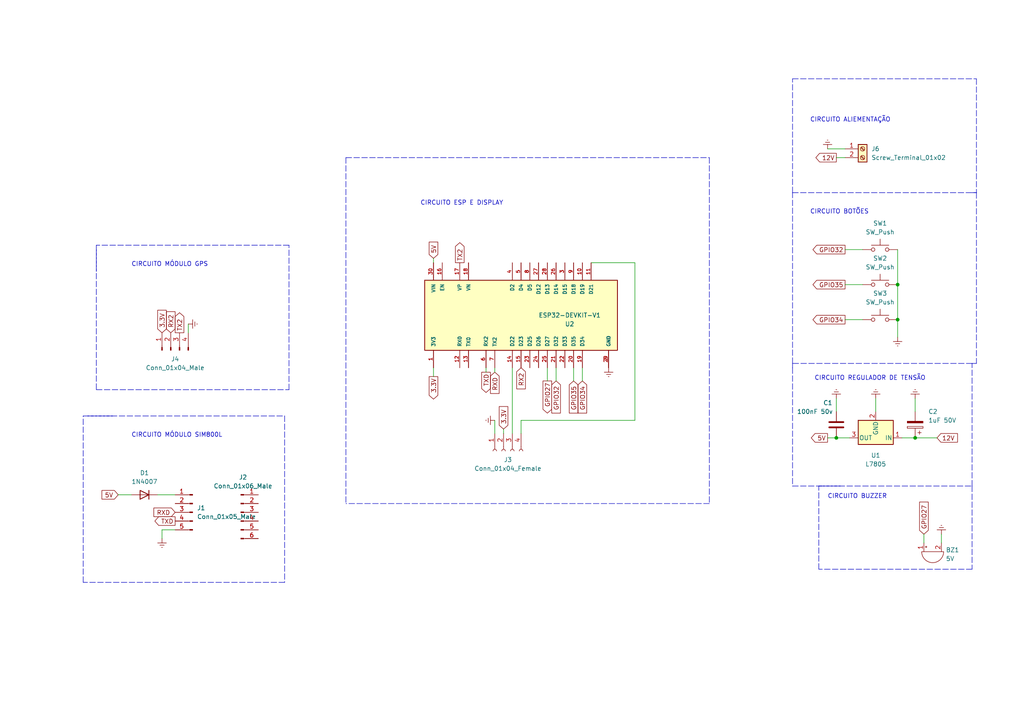
<source format=kicad_sch>
(kicad_sch (version 20211123) (generator eeschema)
  (paper "A4")
  (title_block (title "Circuito Eletrônico PCB Pager") (date "2023-01-09") (rev "A") (company "DataWake"))
  (lib_symbols
    (symbol "Connector:Conn_01x04_Female" (pin_names (offset 1.016) hide)
      (property "Reference" "J" (at 0 5.08 0))
      (property "Value" "Conn_01x04_Female" (at 0 -7.62 0))
      (symbol "Conn_01x04_Female_1_1"
        (arc (start 0 -4.572) (mid -0.508 -5.08) (end 0 -5.588) (stroke (width 0.1524)))
        (arc (start 0 -2.032) (mid -0.508 -2.54) (end 0 -3.048) (stroke (width 0.1524)))
        (polyline (pts (xy -1.27 -5.08) (xy -0.508 -5.08)) (stroke (width 0.1524)))
        (polyline (pts (xy -1.27 -2.54) (xy -0.508 -2.54)) (stroke (width 0.1524)))
        (polyline (pts (xy -1.27 0) (xy -0.508 0)) (stroke (width 0.1524)))
        (polyline (pts (xy -1.27 2.54) (xy -0.508 2.54)) (stroke (width 0.1524)))
        (arc (start 0 0.508) (mid -0.508 0) (end 0 -0.508) (stroke (width 0.1524)))
        (arc (start 0 3.048) (mid -0.508 2.54) (end 0 2.032) (stroke (width 0.1524)))
        (pin passive line (at -5.08 2.54 0) (length 3.81) (name "Pin_1") (number "1"))
        (pin passive line (at -5.08 0 0) (length 3.81) (name "Pin_2") (number "2"))
        (pin passive line (at -5.08 -2.54 0) (length 3.81) (name "Pin_3") (number "3"))
        (pin passive line (at -5.08 -5.08 0) (length 3.81) (name "Pin_4") (number "4"))
      )
    )
    (symbol "Connector:Conn_01x04_Male" (pin_names (offset 1.016) hide)
      (property "Reference" "J" (at 0 5.08 0))
      (property "Value" "Conn_01x04_Male" (at 0 -7.62 0))
      (symbol "Conn_01x04_Male_1_1"
        (polyline (pts (xy 1.27 -5.08) (xy 0.8636 -5.08)) (stroke (width 0.1524)))
        (polyline (pts (xy 1.27 -2.54) (xy 0.8636 -2.54)) (stroke (width 0.1524)))
        (polyline (pts (xy 1.27 0) (xy 0.8636 0)) (stroke (width 0.1524)))
        (polyline (pts (xy 1.27 2.54) (xy 0.8636 2.54)) (stroke (width 0.1524)))
        (rectangle (start 0.8636 -4.953) (end 0 -5.207) (stroke (width 0.1524)) (fill (type outline)))
        (rectangle (start 0.8636 -2.413) (end 0 -2.667) (stroke (width 0.1524)) (fill (type outline)))
        (rectangle (start 0.8636 0.127) (end 0 -0.127) (stroke (width 0.1524)) (fill (type outline)))
        (rectangle (start 0.8636 2.667) (end 0 2.413) (stroke (width 0.1524)) (fill (type outline)))
        (pin passive line (at 5.08 2.54 180) (length 3.81) (name "Pin_1") (number "1"))
        (pin passive line (at 5.08 0 180) (length 3.81) (name "Pin_2") (number "2"))
        (pin passive line (at 5.08 -2.54 180) (length 3.81) (name "Pin_3") (number "3"))
        (pin passive line (at 5.08 -5.08 180) (length 3.81) (name "Pin_4") (number "4"))
      )
    )
    (symbol "Connector:Conn_01x05_Male" (pin_names (offset 1.016) hide)
      (property "Reference" "J" (at 0 7.62 0))
      (property "Value" "Conn_01x05_Male" (at 0 -7.62 0))
      (symbol "Conn_01x05_Male_1_1"
        (polyline (pts (xy 1.27 -5.08) (xy 0.8636 -5.08)) (stroke (width 0.1524)))
        (polyline (pts (xy 1.27 -2.54) (xy 0.8636 -2.54)) (stroke (width 0.1524)))
        (polyline (pts (xy 1.27 0) (xy 0.8636 0)) (stroke (width 0.1524)))
        (polyline (pts (xy 1.27 2.54) (xy 0.8636 2.54)) (stroke (width 0.1524)))
        (polyline (pts (xy 1.27 5.08) (xy 0.8636 5.08)) (stroke (width 0.1524)))
        (rectangle (start 0.8636 -4.953) (end 0 -5.207) (stroke (width 0.1524)) (fill (type outline)))
        (rectangle (start 0.8636 -2.413) (end 0 -2.667) (stroke (width 0.1524)) (fill (type outline)))
        (rectangle (start 0.8636 0.127) (end 0 -0.127) (stroke (width 0.1524)) (fill (type outline)))
        (rectangle (start 0.8636 2.667) (end 0 2.413) (stroke (width 0.1524)) (fill (type outline)))
        (rectangle (start 0.8636 5.207) (end 0 4.953) (stroke (width 0.1524)) (fill (type outline)))
        (pin passive line (at 5.08 5.08 180) (length 3.81) (name "Pin_1") (number "1"))
        (pin passive line (at 5.08 2.54 180) (length 3.81) (name "Pin_2") (number "2"))
        (pin passive line (at 5.08 0 180) (length 3.81) (name "Pin_3") (number "3"))
        (pin passive line (at 5.08 -2.54 180) (length 3.81) (name "Pin_4") (number "4"))
        (pin passive line (at 5.08 -5.08 180) (length 3.81) (name "Pin_5") (number "5"))
      )
    )
    (symbol "Connector:Conn_01x06_Male" (pin_names (offset 1.016) hide)
      (property "Reference" "J" (at 0 7.62 0))
      (property "Value" "Conn_01x06_Male" (at 0 -10.16 0))
      (symbol "Conn_01x06_Male_1_1"
        (polyline (pts (xy 1.27 -7.62) (xy 0.8636 -7.62)) (stroke (width 0.1524)))
        (polyline (pts (xy 1.27 -5.08) (xy 0.8636 -5.08)) (stroke (width 0.1524)))
        (polyline (pts (xy 1.27 -2.54) (xy 0.8636 -2.54)) (stroke (width 0.1524)))
        (polyline (pts (xy 1.27 0) (xy 0.8636 0)) (stroke (width 0.1524)))
        (polyline (pts (xy 1.27 2.54) (xy 0.8636 2.54)) (stroke (width 0.1524)))
        (polyline (pts (xy 1.27 5.08) (xy 0.8636 5.08)) (stroke (width 0.1524)))
        (rectangle (start 0.8636 -7.493) (end 0 -7.747) (stroke (width 0.1524)) (fill (type outline)))
        (rectangle (start 0.8636 -4.953) (end 0 -5.207) (stroke (width 0.1524)) (fill (type outline)))
        (rectangle (start 0.8636 -2.413) (end 0 -2.667) (stroke (width 0.1524)) (fill (type outline)))
        (rectangle (start 0.8636 0.127) (end 0 -0.127) (stroke (width 0.1524)) (fill (type outline)))
        (rectangle (start 0.8636 2.667) (end 0 2.413) (stroke (width 0.1524)) (fill (type outline)))
        (rectangle (start 0.8636 5.207) (end 0 4.953) (stroke (width 0.1524)) (fill (type outline)))
        (pin passive line (at 5.08 5.08 180) (length 3.81) (name "Pin_1") (number "1"))
        (pin passive line (at 5.08 2.54 180) (length 3.81) (name "Pin_2") (number "2"))
        (pin passive line (at 5.08 0 180) (length 3.81) (name "Pin_3") (number "3"))
        (pin passive line (at 5.08 -2.54 180) (length 3.81) (name "Pin_4") (number "4"))
        (pin passive line (at 5.08 -5.08 180) (length 3.81) (name "Pin_5") (number "5"))
        (pin passive line (at 5.08 -7.62 180) (length 3.81) (name "Pin_6") (number "6"))
      )
    )
    (symbol "Connector:Screw_Terminal_01x02" (pin_names (offset 1.016) hide)
      (property "Reference" "J" (at 0 2.54 0))
      (property "Value" "Screw_Terminal_01x02" (at 0 -5.08 0))
      (symbol "Screw_Terminal_01x02_1_1"
        (rectangle (start -1.27 1.27) (end 1.27 -3.81) (stroke (width 0.254)) (fill (type background)))
        (circle (center 0 -2.54) (radius 0.635) (stroke (width 0.1524)))
        (polyline (pts (xy -0.5334 -2.2098) (xy 0.3302 -3.048)) (stroke (width 0.1524)))
        (polyline (pts (xy -0.5334 0.3302) (xy 0.3302 -0.508)) (stroke (width 0.1524)))
        (polyline (pts (xy -0.3556 -2.032) (xy 0.508 -2.8702)) (stroke (width 0.1524)))
        (polyline (pts (xy -0.3556 0.508) (xy 0.508 -0.3302)) (stroke (width 0.1524)))
        (circle (center 0 0) (radius 0.635) (stroke (width 0.1524)))
        (pin passive line (at -5.08 0 0) (length 3.81) (name "Pin_1") (number "1"))
        (pin passive line (at -5.08 -2.54 0) (length 3.81) (name "Pin_2") (number "2"))
      )
    )
    (symbol "Device:Buzzer" (pin_names (offset 0.0254) hide)
      (property "Reference" "BZ" (at 3.81 1.27 0))
      (property "Value" "Buzzer" (at 3.81 -1.27 0))
      (symbol "Buzzer_0_1"
        (arc (start 0 -3.175) (mid 3.175 0) (end 0 3.175))
        (polyline (pts (xy -1.651 1.905) (xy -1.143 1.905)))
        (polyline (pts (xy -1.397 2.159) (xy -1.397 1.651)))
        (polyline (pts (xy 0 3.175) (xy 0 -3.175)))
      )
      (symbol "Buzzer_1_1"
        (pin passive line (at -2.54 2.54 0) (length 2.54) (name "-") (number "1"))
        (pin passive line (at -2.54 -2.54 0) (length 2.54) (name "+") (number "2"))
      )
    )
    (symbol "Device:C" (pin_numbers hide) (pin_names (offset 0.254))
      (property "Reference" "C" (at 0.635 2.54 0))
      (property "Value" "C" (at 0.635 -2.54 0))
      (symbol "C_0_1"
        (polyline (pts (xy -2.032 -0.762) (xy 2.032 -0.762)) (stroke (width 0.508)))
        (polyline (pts (xy -2.032 0.762) (xy 2.032 0.762)) (stroke (width 0.508)))
      )
      (symbol "C_1_1"
        (pin passive line (at 0 3.81 270) (length 2.794) (name "~") (number "1"))
        (pin passive line (at 0 -3.81 90) (length 2.794) (name "~") (number "2"))
      )
    )
    (symbol "Device:C_Polarized" (pin_numbers hide) (pin_names (offset 0.254))
      (property "Reference" "C" (at 0.635 2.54 0))
      (property "Value" "C_Polarized" (at 0.635 -2.54 0))
      (symbol "C_Polarized_0_1"
        (rectangle (start -2.286 0.508) (end 2.286 1.016))
        (polyline (pts (xy -1.778 2.286) (xy -0.762 2.286)))
        (polyline (pts (xy -1.27 2.794) (xy -1.27 1.778)))
        (rectangle (start 2.286 -0.508) (end -2.286 -1.016) (fill (type outline)))
      )
      (symbol "C_Polarized_1_1"
        (pin passive line (at 0 3.81 270) (length 2.794) (name "~") (number "1"))
        (pin passive line (at 0 -3.81 90) (length 2.794) (name "~") (number "2"))
      )
    )
    (symbol "Diode:1N4007" (pin_numbers hide) (pin_names hide)
      (property "Reference" "D" (at 0 2.54 0))
      (property "Value" "1N4007" (at 0 -2.54 0))
      (symbol "1N4007_0_1"
        (polyline (pts (xy -1.27 1.27) (xy -1.27 -1.27)) (stroke (width 0.254)))
        (polyline (pts (xy 1.27 0) (xy -1.27 0)))
        (polyline (pts (xy 1.27 1.27) (xy 1.27 -1.27) (xy -1.27 0) (xy 1.27 1.27)) (stroke (width 0.254)))
      )
      (symbol "1N4007_1_1"
        (pin passive line (at -3.81 0 0) (length 2.54) (name "K") (number "1"))
        (pin passive line (at 3.81 0 180) (length 2.54) (name "A") (number "2"))
      )
    )
    (symbol "ESP32-DEVKIT-V1:ESP32-DEVKIT-V1" (pin_names (offset 1.016))
      (property "Reference" "U" (at -10.16 30.48 0))
      (property "Value" "ESP32-DEVKIT-V1" (at -10.16 -30.48 0))
      (symbol "ESP32-DEVKIT-V1_0_0"
        (rectangle (start -10.16 -27.94) (end 10.16 27.94) (stroke (width 0.254)) (fill (type background)))
        (pin output line (at 15.24 25.4 180) (length 5.08) (name "3V3") (number "1"))
        (pin bidirectional line (at -15.24 -17.78 0) (length 5.08) (name "D19") (number "10"))
        (pin bidirectional line (at -15.24 -20.32 0) (length 5.08) (name "D21") (number "11"))
        (pin input line (at 15.24 17.78 180) (length 5.08) (name "RX0") (number "12"))
        (pin output line (at 15.24 15.24 180) (length 5.08) (name "TX0") (number "13"))
        (pin bidirectional line (at 15.24 2.54 180) (length 5.08) (name "D22") (number "14"))
        (pin bidirectional line (at 15.24 0 180) (length 5.08) (name "D23") (number "15"))
        (pin input line (at -15.24 22.86 0) (length 5.08) (name "EN") (number "16"))
        (pin bidirectional line (at -15.24 17.78 0) (length 5.08) (name "VP") (number "17"))
        (pin bidirectional line (at -15.24 15.24 0) (length 5.08) (name "VN") (number "18"))
        (pin bidirectional line (at 15.24 -17.78 180) (length 5.08) (name "D34") (number "19"))
        (pin power_in line (at 15.24 -25.4 180) (length 5.08) (name "GND") (number "2"))
        (pin bidirectional line (at 15.24 -15.24 180) (length 5.08) (name "D35") (number "20"))
        (pin bidirectional line (at 15.24 -10.16 180) (length 5.08) (name "D32") (number "21"))
        (pin bidirectional line (at 15.24 -12.7 180) (length 5.08) (name "D33") (number "22"))
        (pin bidirectional line (at 15.24 -2.54 180) (length 5.08) (name "D25") (number "23"))
        (pin bidirectional line (at 15.24 -5.08 180) (length 5.08) (name "D26") (number "24"))
        (pin bidirectional line (at 15.24 -7.62 180) (length 5.08) (name "D27") (number "25"))
        (pin bidirectional line (at -15.24 -10.16 0) (length 5.08) (name "D14") (number "26"))
        (pin bidirectional line (at -15.24 -5.08 0) (length 5.08) (name "D12") (number "27"))
        (pin bidirectional line (at -15.24 -7.62 0) (length 5.08) (name "D13") (number "28"))
        (pin power_in line (at 15.24 -25.4 180) (length 5.08) (name "GND") (number "29"))
        (pin bidirectional line (at -15.24 -12.7 0) (length 5.08) (name "D15") (number "3"))
        (pin input line (at -15.24 25.4 0) (length 5.08) (name "VIN") (number "30"))
        (pin bidirectional line (at -15.24 2.54 0) (length 5.08) (name "D2") (number "4"))
        (pin bidirectional line (at -15.24 0 0) (length 5.08) (name "D4") (number "5"))
        (pin input line (at 15.24 10.16 180) (length 5.08) (name "RX2") (number "6"))
        (pin output line (at 15.24 7.62 180) (length 5.08) (name "TX2") (number "7"))
        (pin bidirectional line (at -15.24 -2.54 0) (length 5.08) (name "D5") (number "8"))
        (pin bidirectional line (at -15.24 -15.24 0) (length 5.08) (name "D18") (number "9"))
      )
    )
    (symbol "Regulator_Linear:L7805" (pin_names (offset 0.254))
      (property "Reference" "U" (at -3.81 3.175 0))
      (property "Value" "L7805" (at 0 3.175 0))
      (symbol "L7805_0_1"
        (rectangle (start -5.08 1.905) (end 5.08 -5.08) (stroke (width 0.254)) (fill (type background)))
      )
      (symbol "L7805_1_1"
        (pin power_in line (at -7.62 0 0) (length 2.54) (name "IN") (number "1"))
        (pin power_in line (at 0 -7.62 90) (length 2.54) (name "GND") (number "2"))
        (pin power_out line (at 7.62 0 180) (length 2.54) (name "OUT") (number "3"))
      )
    )
    (symbol "Switch:SW_Push" (pin_numbers hide) (pin_names (offset 1.016) hide)
      (property "Reference" "SW" (at 1.27 2.54 0))
      (property "Value" "SW_Push" (at 0 -1.524 0))
      (symbol "SW_Push_0_1"
        (circle (center -2.032 0) (radius 0.508))
        (polyline (pts (xy 0 1.27) (xy 0 3.048)))
        (polyline (pts (xy 2.54 1.27) (xy -2.54 1.27)))
        (circle (center 2.032 0) (radius 0.508))
        (pin passive line (at -5.08 0 0) (length 2.54) (name "1") (number "1"))
        (pin passive line (at 5.08 0 180) (length 2.54) (name "2") (number "2"))
      )
    )
    (symbol "power:Earth" (power) (pin_names (offset 0))
      (symbol "Earth_0_1"
        (polyline (pts (xy -0.635 -1.905) (xy 0.635 -1.905)))
        (polyline (pts (xy -0.127 -2.54) (xy 0.127 -2.54)))
        (polyline (pts (xy 0 -1.27) (xy 0 0)))
        (polyline (pts (xy 1.27 -1.27) (xy -1.27 -1.27)))
      )
      (symbol "Earth_1_1"
        (pin power_in line (at 0 0 270) (length 0) hide (name "Earth") (number "1"))
      )
    )
  )
  (junction (at 265.43 127))
  (junction (at 260.35 82.55))
  (junction (at 242.57 127))
  (junction (at 260.35 92.71))
  (polyline (pts (xy 283.21 55.88) (xy 281.94 55.88)))
  (wire (pts (xy 125.73 74.93) (xy 125.73 76.2)))
  (polyline (pts (xy 24.13 168.91) (xy 24.13 120.65)))
  (wire (pts (xy 146.05 124.46) (xy 146.05 125.73)))
  (wire (pts (xy 161.29 110.49) (xy 161.29 106.68)))
  (polyline (pts (xy 82.55 168.91) (xy 24.13 168.91)))
  (wire (pts (xy 245.11 92.71) (xy 250.19 92.71)))
  (wire (pts (xy 240.03 127) (xy 242.57 127)))
  (polyline (pts (xy 83.82 113.03) (xy 83.82 71.12)))
  (wire (pts (xy 267.97 154.94) (xy 267.97 157.48)))
  (polyline (pts (xy 27.94 113.03) (xy 83.82 113.03)))
  (polyline (pts (xy 229.87 106.68) (xy 229.87 140.97)))
  (polyline (pts (xy 238.76 140.97) (xy 281.94 140.97)))
  (wire (pts (xy 184.15 76.2) (xy 184.15 121.92)))
  (wire (pts (xy 143.51 106.68) (xy 143.51 107.95)))
  (polyline (pts (xy 283.21 55.88) (xy 283.21 105.41)))
  (polyline (pts (xy 83.82 71.12) (xy 27.94 71.12)))
  (wire (pts (xy 254 115.57) (xy 254 119.38)))
  (polyline (pts (xy 229.87 105.41) (xy 229.87 55.88)))
  (wire (pts (xy 148.59 106.68) (xy 148.59 125.73)))
  (polyline (pts (xy 205.74 45.72) (xy 205.74 146.05)))
  (polyline (pts (xy 283.21 105.41) (xy 281.94 105.41)))
  (wire (pts (xy 245.11 72.39) (xy 250.19 72.39)))
  (polyline (pts (xy 25.4 120.65) (xy 82.55 120.65)))
  (polyline (pts (xy 229.87 55.88) (xy 229.87 22.86)))
  (polyline (pts (xy 281.94 165.1) (xy 237.49 165.1)))
  (wire (pts (xy 151.13 121.92) (xy 151.13 125.73)))
  (polyline (pts (xy 100.33 45.72) (xy 205.74 45.72)))
  (polyline (pts (xy 229.87 140.97) (xy 238.76 140.97)))
  (wire (pts (xy 242.57 127) (xy 246.38 127)))
  (wire (pts (xy 245.11 82.55) (xy 250.19 82.55)))
  (wire (pts (xy 50.8 153.67) (xy 46.99 153.67)))
  (wire (pts (xy 46.99 153.67) (xy 46.99 156.21)))
  (wire (pts (xy 45.72 143.51) (xy 50.8 143.51)))
  (wire (pts (xy 158.75 106.68) (xy 158.75 110.49)))
  (polyline (pts (xy 27.94 72.39) (xy 27.94 113.03)))
  (wire (pts (xy 265.43 115.57) (xy 265.43 119.38)))
  (polyline (pts (xy 229.87 55.88) (xy 283.21 55.88)))
  (wire (pts (xy 143.51 121.92) (xy 143.51 125.73)))
  (wire (pts (xy 240.03 43.18) (xy 245.11 43.18)))
  (wire (pts (xy 125.73 106.68) (xy 125.73 109.22)))
  (polyline (pts (xy 283.21 22.86) (xy 283.21 55.88)))
  (wire (pts (xy 260.35 92.71) (xy 260.35 97.79)))
  (polyline (pts (xy 237.49 140.97) (xy 243.84 140.97)))
  (wire (pts (xy 273.05 154.94) (xy 273.05 157.48)))
  (wire (pts (xy 242.57 45.72) (xy 245.11 45.72)))
  (wire (pts (xy 151.13 121.92) (xy 184.15 121.92)))
  (wire (pts (xy 166.37 110.49) (xy 166.37 106.68)))
  (wire (pts (xy 184.15 76.2) (xy 171.45 76.2)))
  (wire (pts (xy 242.57 115.57) (xy 242.57 119.38)))
  (wire (pts (xy 271.78 127) (xy 265.43 127)))
  (wire (pts (xy 140.97 106.68) (xy 140.97 107.95)))
  (polyline (pts (xy 27.94 71.12) (xy 27.94 78.74)))
  (wire (pts (xy 261.62 127) (xy 265.43 127)))
  (wire (pts (xy 38.1 143.51) (xy 34.29 143.51)))
  (polyline (pts (xy 229.87 105.41) (xy 229.87 106.68)))
  (polyline (pts (xy 24.13 120.65) (xy 33.02 120.65)))
  (polyline (pts (xy 229.87 22.86) (xy 283.21 22.86)))
  (polyline (pts (xy 237.49 165.1) (xy 237.49 140.97)))
  (polyline (pts (xy 82.55 120.65) (xy 82.55 168.91)))
  (wire (pts (xy 260.35 72.39) (xy 260.35 82.55)))
  (polyline (pts (xy 281.94 105.41) (xy 229.87 105.41)))
  (polyline (pts (xy 100.33 45.72) (xy 100.33 146.05)))
  (wire (pts (xy 54.61 93.98) (xy 54.61 96.52)))
  (polyline (pts (xy 281.94 140.97) (xy 281.94 165.1)))
  (polyline (pts (xy 205.74 146.05) (xy 100.33 146.05)))
  (polyline (pts (xy 281.94 140.97) (xy 281.94 105.41)))
  (wire (pts (xy 168.91 110.49) (xy 168.91 106.68)))
  (wire (pts (xy 260.35 82.55) (xy 260.35 92.71)))
  (text "CIRCUITO BOTÕES" (at 234.95 62.23 0) (effects (font (size 1.27 1.27)) (justify left bottom)))
  (text "CIRCUITO BUZZER" (at 240.03 144.78 0) (effects (font (size 1.27 1.27)) (justify left bottom)))
  (text "CIRCUITO MÓDULO GPS" (at 38.1 77.47 0) (effects (font (size 1.27 1.27)) (justify left bottom)))
  (text "CIRCUITO ALIEMENTAÇÃO" (at 234.95 35.56 0) (effects (font (size 1.27 1.27)) (justify left bottom)))
  (text "CIRCUITO ESP E DISPLAY" (at 121.92 59.69 0) (effects (font (size 1.27 1.27)) (justify left bottom)))
  (text "CIRCUITO REGULADOR DE TENSÃO" (at 236.22 110.49 0) (effects (font (size 1.27 1.27)) (justify left bottom)))
  (text "CIRCUITO MÓDULO SIM800L" (at 38.1 127 0) (effects (font (size 1.27 1.27)) (justify left bottom)))
  (global_label "12V" (shape input) (at 271.78 127 0) (property "Intersheet References" "${INTERSHEET_REFS}" (effects hide)))
  (global_label "TXD" (shape output) (at 140.97 107.95 270) (property "Intersheet References" "${INTERSHEET_REFS}" (effects hide)))
  (global_label "3.3V" (shape output) (at 125.73 109.22 270) (property "Intersheet References" "${INTERSHEET_REFS}" (effects hide)))
  (global_label "GPIO32" (shape output) (at 245.11 72.39 180) (property "Intersheet References" "${INTERSHEET_REFS}" (effects hide)))
  (global_label "RX2" (shape input) (at 49.53 96.52 90) (property "Intersheet References" "${INTERSHEET_REFS}" (effects hide)))
  (global_label "3.3V" (shape input) (at 146.05 124.46 90) (property "Intersheet References" "${INTERSHEET_REFS}" (effects hide)))
  (global_label "GPIO27" (shape input) (at 267.97 154.94 90) (property "Intersheet References" "${INTERSHEET_REFS}" (effects hide)))
  (global_label "RX2" (shape input) (at 151.13 106.68 270) (property "Intersheet References" "${INTERSHEET_REFS}" (effects hide)))
  (global_label "GPIO34" (shape input) (at 168.91 110.49 270) (property "Intersheet References" "${INTERSHEET_REFS}" (effects hide)))
  (global_label "GPIO34" (shape output) (at 245.11 92.71 180) (property "Intersheet References" "${INTERSHEET_REFS}" (effects hide)))
  (global_label "GPIO35" (shape input) (at 166.37 110.49 270) (property "Intersheet References" "${INTERSHEET_REFS}" (effects hide)))
  (global_label "TX2" (shape output) (at 52.07 96.52 90) (property "Intersheet References" "${INTERSHEET_REFS}" (effects hide)))
  (global_label "RXD" (shape input) (at 143.51 107.95 270) (property "Intersheet References" "${INTERSHEET_REFS}" (effects hide)))
  (global_label "TXD" (shape output) (at 50.8 151.13 180) (property "Intersheet References" "${INTERSHEET_REFS}" (effects hide)))
  (global_label "5V" (shape output) (at 240.03 127 180) (property "Intersheet References" "${INTERSHEET_REFS}" (effects hide)))
  (global_label "12V" (shape output) (at 242.57 45.72 180) (property "Intersheet References" "${INTERSHEET_REFS}" (effects hide)))
  (global_label "GPIO32" (shape input) (at 161.29 110.49 270) (property "Intersheet References" "${INTERSHEET_REFS}" (effects hide)))
  (global_label "GPIO27" (shape output) (at 158.75 110.49 270) (property "Intersheet References" "${INTERSHEET_REFS}" (effects hide)))
  (global_label "5V" (shape input) (at 125.73 74.93 90) (property "Intersheet References" "${INTERSHEET_REFS}" (effects hide)))
  (global_label "TX2" (shape output) (at 133.35 76.2 90) (property "Intersheet References" "${INTERSHEET_REFS}" (effects hide)))
  (global_label "5V" (shape input) (at 34.29 143.51 180) (property "Intersheet References" "${INTERSHEET_REFS}" (effects hide)))
  (global_label "RXD" (shape input) (at 50.8 148.59 180) (property "Intersheet References" "${INTERSHEET_REFS}" (effects hide)))
  (global_label "GPIO35" (shape output) (at 245.11 82.55 180) (property "Intersheet References" "${INTERSHEET_REFS}" (effects hide)))
  (global_label "3.3V" (shape input) (at 46.99 96.52 90) (property "Intersheet References" "${INTERSHEET_REFS}" (effects hide)))
  (symbol (lib_id "power:Earth") (at 260.35 97.79 0) (unit 1)
    (property "Reference" "#PWR07" (effects hide))
    (property "Value" "Earth" (effects hide))
  )
  (symbol (lib_id "Diode:1N4007") (at 41.91 143.51 180) (unit 1)
    (property "Reference" "D1" (at 41.91 137.16 0))
    (property "Value" "1N4007" (at 41.91 139.7 0))
    (property "Footprint" "Diode_THT:D_DO-41_SOD81_P10.16mm_Horizontal" (effects hide))
    (property "Datasheet" "http://www.vishay.com/docs/88503/1n4001.pdf" (effects hide))
  )
  (symbol (lib_id "Connector:Conn_01x04_Male") (at 49.53 101.6 90) (unit 1)
    (property "Reference" "J4" (at 50.8 104.14 90))
    (property "Value" "Conn_01x04_Male" (at 50.8 106.68 90))
    (property "Footprint" "Connector_PinHeader_2.54mm:PinHeader_1x04_P2.54mm_Vertical" (effects hide))
  )
  (symbol (lib_id "power:Earth") (at 273.05 154.94 180) (unit 1)
    (property "Reference" "#PWR02" (effects hide))
    (property "Value" "Earth" (effects hide))
  )
  (symbol (lib_id "power:Earth") (at 176.53 106.68 0) (unit 1)
    (property "Reference" "#PWR0101" (effects hide))
    (property "Value" "Earth" (effects hide))
  )
  (symbol (lib_id "power:Earth") (at 46.99 156.21 0) (unit 1)
    (property "Reference" "#PWR01" (effects hide))
    (property "Value" "Earth" (effects hide))
  )
  (symbol (lib_id "Regulator_Linear:L7805") (at 254 127 180) (unit 1)
    (property "Reference" "U1" (at 254 132.08 0))
    (property "Value" "L7805" (at 254 134.62 0))
    (property "Footprint" "Package_TO_SOT_THT:TO-220-3_Horizontal_TabDown" (effects hide))
    (property "Datasheet" "http://www.st.com/content/ccc/resource/technical/document/datasheet/41/4f/b3/b0/12/d4/47/88/CD00000444.pdf/files/CD00000444.pdf/jcr:content/translations/en.CD00000444.pdf" (effects hide))
  )
  (symbol (lib_id "Device:C_Polarized") (at 265.43 123.19 180) (unit 1)
    (property "Reference" "C2" (at 269.24 119.38 0) (effects (justify right)))
    (property "Value" "1uF 50V" (at 269.24 121.92 0) (effects (justify right)))
    (property "Footprint" "Capacitor_THT:CP_Radial_D5.0mm_P2.50mm" (effects hide))
  )
  (symbol (lib_id "Switch:SW_Push") (at 255.27 92.71 0) (unit 1)
    (property "Reference" "SW3" (at 255.27 85.09 0))
    (property "Value" "SW_Push" (at 255.27 87.63 0))
    (property "Footprint" "Button_Switch_THT:SW_PUSH-12mm" (effects hide))
  )
  (symbol (lib_id "Connector:Screw_Terminal_01x02") (at 250.19 43.18 0) (unit 1)
    (property "Reference" "J6" (at 252.73 43.1799 0) (effects (justify left)))
    (property "Value" "Screw_Terminal_01x02" (at 252.73 45.7199 0) (effects (justify left)))
    (property "Footprint" "TerminalBlock:TerminalBlock_bornier-2_P5.08mm" (effects hide))
  )
  (symbol (lib_id "power:Earth") (at 143.51 121.92 270) (unit 1)
    (property "Reference" "#PWR03" (effects hide))
    (property "Value" "Earth" (effects hide))
  )
  (symbol (lib_id "power:Earth") (at 242.57 115.57 180) (unit 1)
    (property "Reference" "#PWR05" (effects hide))
    (property "Value" "Earth" (effects hide))
  )
  (symbol (lib_id "Device:Buzzer") (at 270.51 160.02 90) (mirror x) (unit 1)
    (property "Reference" "BZ1" (at 274.32 159.5119 90) (effects (justify right)))
    (property "Value" "5V" (at 274.32 162.0519 90) (effects (justify right)))
    (property "Footprint" "Buzzer_Beeper:Buzzer_12x9.5RM7.6" (effects hide))
  )
  (symbol (lib_id "power:Earth") (at 240.03 43.18 180) (unit 1)
    (property "Reference" "#PWR04" (effects hide))
    (property "Value" "Earth" (effects hide))
  )
  (symbol (lib_id "Connector:Conn_01x05_Male") (at 55.88 148.59 0) (mirror y) (unit 1)
    (property "Reference" "J1" (at 57.15 147.3199 0) (effects (justify right)))
    (property "Value" "Conn_01x05_Male" (at 57.15 149.8599 0) (effects (justify right)))
    (property "Footprint" "Connector_PinHeader_2.54mm:PinHeader_1x05_P2.54mm_Vertical" (effects hide))
  )
  (symbol (lib_id "power:Earth") (at 54.61 93.98 90) (unit 1)
    (property "Reference" "#PWR0102" (effects hide))
    (property "Value" "Earth" (effects hide))
  )
  (symbol (lib_id "Switch:SW_Push") (at 255.27 72.39 0) (unit 1)
    (property "Reference" "SW1" (at 255.27 64.77 0))
    (property "Value" "SW_Push" (at 255.27 67.31 0))
    (property "Footprint" "Button_Switch_THT:SW_PUSH-12mm" (effects hide))
  )
  (symbol (lib_id "Connector:Conn_01x06_Male") (at 69.85 148.59 0) (unit 1)
    (property "Reference" "J2" (at 70.485 138.43 0))
    (property "Value" "Conn_01x06_Male" (at 70.485 140.97 0))
    (property "Footprint" "Connector_PinHeader_2.54mm:PinHeader_1x06_P2.54mm_Vertical" (effects hide))
  )
  (symbol (lib_id "Switch:SW_Push") (at 255.27 82.55 0) (unit 1)
    (property "Reference" "SW2" (at 255.27 74.93 0))
    (property "Value" "SW_Push" (at 255.27 77.47 0))
    (property "Footprint" "Button_Switch_THT:SW_PUSH-12mm" (effects hide))
  )
  (symbol (lib_id "Connector:Conn_01x04_Female") (at 146.05 130.81 90) (mirror x) (unit 1)
    (property "Reference" "J3" (at 147.32 133.35 90))
    (property "Value" "Conn_01x04_Female" (at 147.32 135.89 90))
    (property "Footprint" "Connector_PinSocket_2.54mm:PinSocket_1x04_P2.54mm_Vertical" (effects hide))
  )
  (symbol (lib_id "Device:C") (at 242.57 123.19 180) (unit 1)
    (property "Reference" "C1" (at 238.76 116.84 0) (effects (justify right)))
    (property "Value" "100nF 50v" (at 231.14 119.38 0) (effects (justify right)))
    (property "Footprint" "Capacitor_THT:C_Disc_D7.5mm_W4.4mm_P5.00mm" (effects hide))
  )
  (symbol (lib_id "ESP32-DEVKIT-V1:ESP32-DEVKIT-V1") (at 151.13 91.44 90) (mirror x) (unit 1)
    (property "Reference" "U2" (at 163.83 93.98 90) (effects (justify right)))
    (property "Value" "ESP32-DEVKIT-V1" (at 156.21 91.44 90) (effects (justify right)))
    (property "Footprint" "ESP32-DEVKIT-V1:MODULE_ESP32_DEVKIT_V1" (effects hide))
    (property "MANUFACTURER" "DOIT" (effects hide))
    (property "STANDARD" "Manufacturer Recommendations" (effects hide))
    (property "PARTREV" "N/A" (effects hide))
    (property "MAXIMUM_PACKAGE_HEIGHT" "6.8 mm" (effects hide))
  )
  (symbol (lib_id "power:Earth") (at 265.43 115.57 180) (unit 1)
    (property "Reference" "#PWR08" (effects hide))
    (property "Value" "Earth" (effects hide))
  )
  (symbol (lib_id "power:Earth") (at 254 115.57 180) (unit 1)
    (property "Reference" "#PWR06" (effects hide))
    (property "Value" "Earth" (effects hide))
  )
)
</source>
